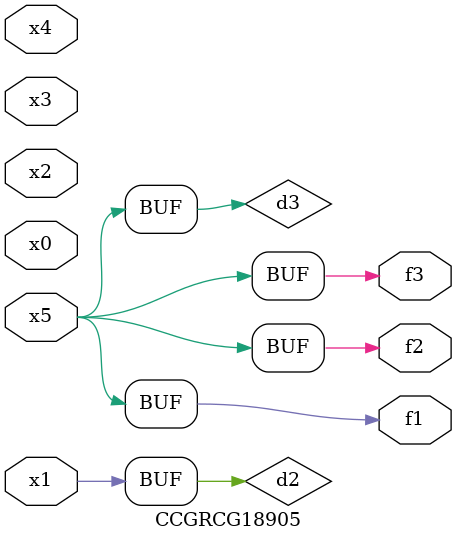
<source format=v>
module CCGRCG18905(
	input x0, x1, x2, x3, x4, x5,
	output f1, f2, f3
);

	wire d1, d2, d3;

	not (d1, x5);
	or (d2, x1);
	xnor (d3, d1);
	assign f1 = d3;
	assign f2 = d3;
	assign f3 = d3;
endmodule

</source>
